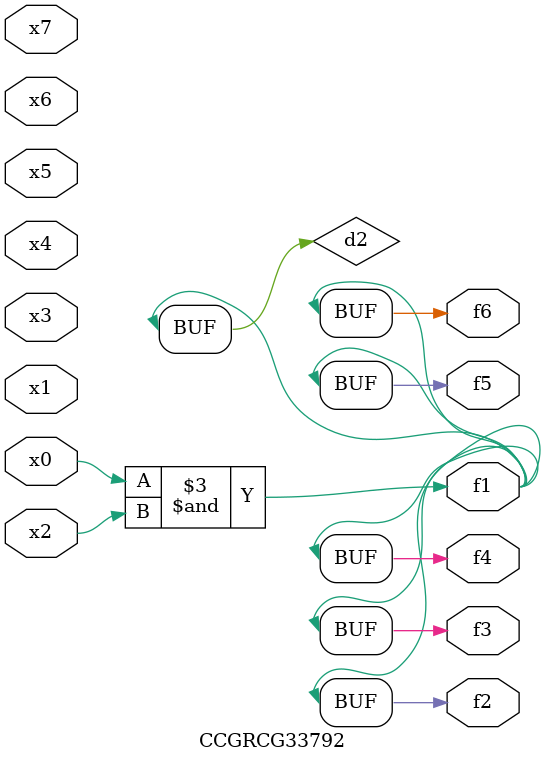
<source format=v>
module CCGRCG33792(
	input x0, x1, x2, x3, x4, x5, x6, x7,
	output f1, f2, f3, f4, f5, f6
);

	wire d1, d2;

	nor (d1, x3, x6);
	and (d2, x0, x2);
	assign f1 = d2;
	assign f2 = d2;
	assign f3 = d2;
	assign f4 = d2;
	assign f5 = d2;
	assign f6 = d2;
endmodule

</source>
